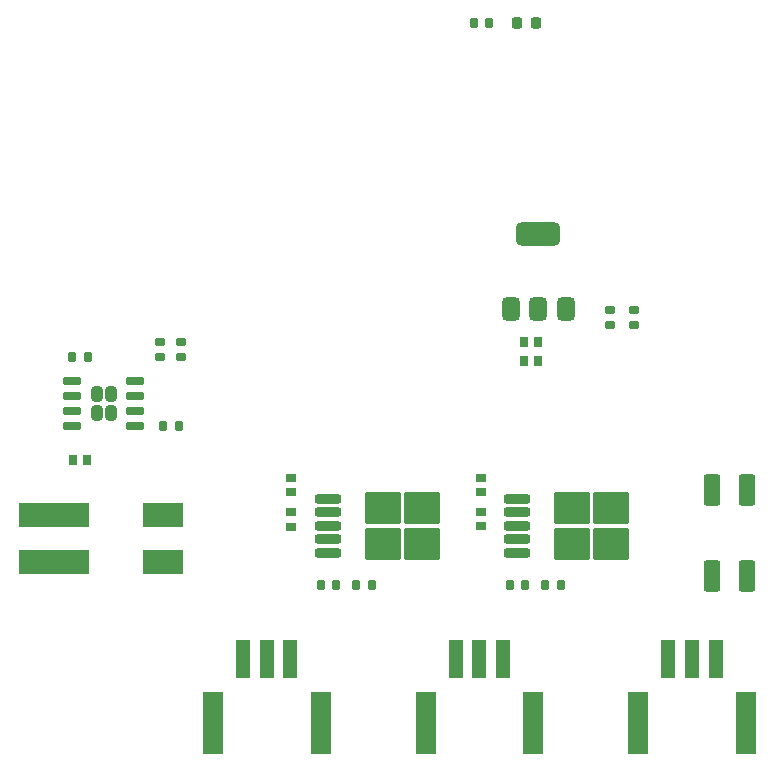
<source format=gbr>
%TF.GenerationSoftware,KiCad,Pcbnew,9.0.6*%
%TF.CreationDate,2026-01-04T20:51:54+00:00*%
%TF.ProjectId,COMET1_PWR_Board,434f4d45-5431-45f5-9057-525f426f6172,rev?*%
%TF.SameCoordinates,Original*%
%TF.FileFunction,Paste,Top*%
%TF.FilePolarity,Positive*%
%FSLAX46Y46*%
G04 Gerber Fmt 4.6, Leading zero omitted, Abs format (unit mm)*
G04 Created by KiCad (PCBNEW 9.0.6) date 2026-01-04 20:51:54*
%MOMM*%
%LPD*%
G01*
G04 APERTURE LIST*
G04 Aperture macros list*
%AMRoundRect*
0 Rectangle with rounded corners*
0 $1 Rounding radius*
0 $2 $3 $4 $5 $6 $7 $8 $9 X,Y pos of 4 corners*
0 Add a 4 corners polygon primitive as box body*
4,1,4,$2,$3,$4,$5,$6,$7,$8,$9,$2,$3,0*
0 Add four circle primitives for the rounded corners*
1,1,$1+$1,$2,$3*
1,1,$1+$1,$4,$5*
1,1,$1+$1,$6,$7*
1,1,$1+$1,$8,$9*
0 Add four rect primitives between the rounded corners*
20,1,$1+$1,$2,$3,$4,$5,0*
20,1,$1+$1,$4,$5,$6,$7,0*
20,1,$1+$1,$6,$7,$8,$9,0*
20,1,$1+$1,$8,$9,$2,$3,0*%
G04 Aperture macros list end*
%ADD10RoundRect,0.162500X-0.162500X-0.287500X0.162500X-0.287500X0.162500X0.287500X-0.162500X0.287500X0*%
%ADD11RoundRect,0.162500X0.287500X-0.162500X0.287500X0.162500X-0.287500X0.162500X-0.287500X-0.162500X0*%
%ADD12RoundRect,0.218750X-0.218750X-0.256250X0.218750X-0.256250X0.218750X0.256250X-0.218750X0.256250X0*%
%ADD13RoundRect,0.162500X0.162500X0.287500X-0.162500X0.287500X-0.162500X-0.287500X0.162500X-0.287500X0*%
%ADD14RoundRect,0.187500X0.187500X0.262500X-0.187500X0.262500X-0.187500X-0.262500X0.187500X-0.262500X0*%
%ADD15RoundRect,0.250001X0.462499X1.074999X-0.462499X1.074999X-0.462499X-1.074999X0.462499X-1.074999X0*%
%ADD16RoundRect,0.150000X0.650000X0.150000X-0.650000X0.150000X-0.650000X-0.150000X0.650000X-0.150000X0*%
%ADD17RoundRect,0.242500X0.242500X0.402500X-0.242500X0.402500X-0.242500X-0.402500X0.242500X-0.402500X0*%
%ADD18RoundRect,0.162500X-0.287500X0.162500X-0.287500X-0.162500X0.287500X-0.162500X0.287500X0.162500X0*%
%ADD19RoundRect,0.375000X0.375000X-0.625000X0.375000X0.625000X-0.375000X0.625000X-0.375000X-0.625000X0*%
%ADD20RoundRect,0.500000X1.400000X-0.500000X1.400000X0.500000X-1.400000X0.500000X-1.400000X-0.500000X0*%
%ADD21RoundRect,0.200000X-0.900000X-0.200000X0.900000X-0.200000X0.900000X0.200000X-0.900000X0.200000X0*%
%ADD22RoundRect,0.250000X-1.275000X-1.125000X1.275000X-1.125000X1.275000X1.125000X-1.275000X1.125000X0*%
%ADD23RoundRect,0.187500X0.262500X-0.187500X0.262500X0.187500X-0.262500X0.187500X-0.262500X-0.187500X0*%
%ADD24R,3.500000X2.000000*%
%ADD25R,6.000000X2.000000*%
%ADD26RoundRect,0.187500X-0.262500X0.187500X-0.262500X-0.187500X0.262500X-0.187500X0.262500X0.187500X0*%
%ADD27R,1.700000X5.300000*%
%ADD28R,1.200000X3.200000*%
%ADD29RoundRect,0.187500X-0.187500X-0.262500X0.187500X-0.262500X0.187500X0.262500X-0.187500X0.262500X0*%
%ADD30RoundRect,0.250001X-0.462499X-1.074999X0.462499X-1.074999X0.462499X1.074999X-0.462499X1.074999X0*%
G04 APERTURE END LIST*
D10*
%TO.C,R9*%
X154390000Y-122540000D03*
X153090000Y-122540000D03*
%TD*%
D11*
%TO.C,R11*%
X120450000Y-101975000D03*
X120450000Y-103275000D03*
%TD*%
%TO.C,R10*%
X122250000Y-101975000D03*
X122250000Y-103275000D03*
%TD*%
D12*
%TO.C,LED1*%
X152290000Y-75000000D03*
X150715000Y-75000000D03*
%TD*%
D13*
%TO.C,R3*%
X147035000Y-75000000D03*
X148335000Y-75000000D03*
%TD*%
D14*
%TO.C,C3*%
X113100000Y-112000000D03*
X114300000Y-112000000D03*
%TD*%
D15*
%TO.C,F2*%
X167212500Y-121800000D03*
X170187500Y-121800000D03*
%TD*%
D16*
%TO.C,U2*%
X113050000Y-109105000D03*
X113050000Y-107835000D03*
X113050000Y-106565000D03*
X113050000Y-105295000D03*
X118350000Y-105295000D03*
X118350000Y-106565000D03*
X118350000Y-107835000D03*
X118350000Y-109105000D03*
D17*
X115100000Y-106400000D03*
X115100000Y-108000000D03*
X116300000Y-106400000D03*
X116300000Y-108000000D03*
%TD*%
D18*
%TO.C,R2*%
X160600000Y-100550000D03*
X160600000Y-99250000D03*
%TD*%
D19*
%TO.C,U1*%
X154800000Y-99150000D03*
D20*
X152500000Y-92850000D03*
D19*
X152500000Y-99150000D03*
X150200000Y-99150000D03*
%TD*%
D21*
%TO.C,U3*%
X134700000Y-119820000D03*
X134700000Y-118680000D03*
X134700000Y-117540000D03*
X134700000Y-116400000D03*
X134700000Y-115260000D03*
D22*
X142675000Y-119065000D03*
X142675000Y-116015000D03*
X139325000Y-119065000D03*
X139325000Y-116015000D03*
%TD*%
D23*
%TO.C,C7*%
X147600000Y-116350000D03*
X147600000Y-117550000D03*
%TD*%
D24*
%TO.C,J2*%
X120725000Y-120600000D03*
D25*
X111475000Y-120600000D03*
D24*
X120725000Y-116600000D03*
D25*
X111475000Y-116600000D03*
%TD*%
D26*
%TO.C,C4*%
X131550000Y-114700000D03*
X131550000Y-113500000D03*
%TD*%
D23*
%TO.C,C6*%
X131550000Y-116400000D03*
X131550000Y-117600000D03*
%TD*%
D27*
%TO.C,J5*%
X170050000Y-134250000D03*
X160950000Y-134250000D03*
D28*
X167500000Y-128770000D03*
X165500000Y-128770000D03*
X163500000Y-128770000D03*
%TD*%
D29*
%TO.C,C1*%
X152500000Y-103600000D03*
X151300000Y-103600000D03*
%TD*%
D13*
%TO.C,R5*%
X120750000Y-109100000D03*
X122050000Y-109100000D03*
%TD*%
D10*
%TO.C,R6*%
X135390000Y-122540000D03*
X134090000Y-122540000D03*
%TD*%
%TO.C,R7*%
X138390000Y-122540000D03*
X137090000Y-122540000D03*
%TD*%
%TO.C,R12*%
X114350000Y-103200000D03*
X113050000Y-103200000D03*
%TD*%
D21*
%TO.C,U4*%
X150700000Y-119820000D03*
X150700000Y-118680000D03*
X150700000Y-117540000D03*
X150700000Y-116400000D03*
X150700000Y-115260000D03*
D22*
X158675000Y-119065000D03*
X158675000Y-116015000D03*
X155325000Y-119065000D03*
X155325000Y-116015000D03*
%TD*%
D27*
%TO.C,J4*%
X152050000Y-134250000D03*
X142950000Y-134250000D03*
D28*
X149500000Y-128770000D03*
X147500000Y-128770000D03*
X145500000Y-128770000D03*
%TD*%
D27*
%TO.C,J3*%
X134050000Y-134250000D03*
X124950000Y-134250000D03*
D28*
X131500000Y-128770000D03*
X129500000Y-128770000D03*
X127500000Y-128770000D03*
%TD*%
D11*
%TO.C,R1*%
X158600000Y-99250000D03*
X158600000Y-100550000D03*
%TD*%
D14*
%TO.C,C2*%
X151300000Y-102000000D03*
X152500000Y-102000000D03*
%TD*%
D10*
%TO.C,R8*%
X151390000Y-122540000D03*
X150090000Y-122540000D03*
%TD*%
D30*
%TO.C,F1*%
X170187500Y-114500000D03*
X167212500Y-114500000D03*
%TD*%
D26*
%TO.C,C5*%
X147600000Y-114700000D03*
X147600000Y-113500000D03*
%TD*%
M02*

</source>
